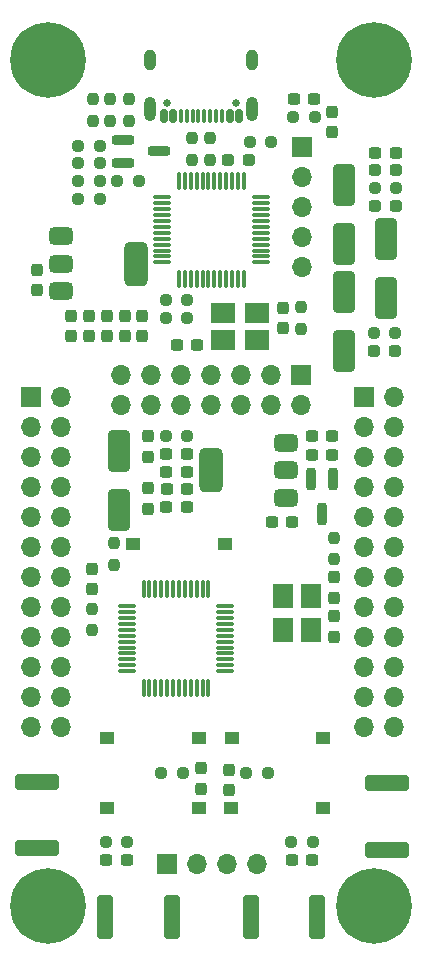
<source format=gbr>
%TF.GenerationSoftware,KiCad,Pcbnew,8.0.3*%
%TF.CreationDate,2024-07-17T15:49:10+08:00*%
%TF.ProjectId,STM32G431C8T6,53544d33-3247-4343-9331-433854362e6b,rev?*%
%TF.SameCoordinates,PXb5c5340PY81b3200*%
%TF.FileFunction,Soldermask,Top*%
%TF.FilePolarity,Negative*%
%FSLAX45Y45*%
G04 Gerber Fmt 4.5, Leading zero omitted, Abs format (unit mm)*
G04 Created by KiCad (PCBNEW 8.0.3) date 2024-07-17 15:49:10*
%MOMM*%
%LPD*%
G01*
G04 APERTURE LIST*
G04 Aperture macros list*
%AMRoundRect*
0 Rectangle with rounded corners*
0 $1 Rounding radius*
0 $2 $3 $4 $5 $6 $7 $8 $9 X,Y pos of 4 corners*
0 Add a 4 corners polygon primitive as box body*
4,1,4,$2,$3,$4,$5,$6,$7,$8,$9,$2,$3,0*
0 Add four circle primitives for the rounded corners*
1,1,$1+$1,$2,$3*
1,1,$1+$1,$4,$5*
1,1,$1+$1,$6,$7*
1,1,$1+$1,$8,$9*
0 Add four rect primitives between the rounded corners*
20,1,$1+$1,$2,$3,$4,$5,0*
20,1,$1+$1,$4,$5,$6,$7,0*
20,1,$1+$1,$6,$7,$8,$9,0*
20,1,$1+$1,$8,$9,$2,$3,0*%
G04 Aperture macros list end*
%ADD10R,1.800000X2.100000*%
%ADD11RoundRect,0.237500X0.250000X0.237500X-0.250000X0.237500X-0.250000X-0.237500X0.250000X-0.237500X0*%
%ADD12RoundRect,0.250000X0.650000X-1.500000X0.650000X1.500000X-0.650000X1.500000X-0.650000X-1.500000X0*%
%ADD13RoundRect,0.237500X-0.300000X-0.237500X0.300000X-0.237500X0.300000X0.237500X-0.300000X0.237500X0*%
%ADD14R,1.250000X1.000000*%
%ADD15C,0.650000*%
%ADD16RoundRect,0.150000X0.150000X0.425000X-0.150000X0.425000X-0.150000X-0.425000X0.150000X-0.425000X0*%
%ADD17RoundRect,0.075000X0.075000X0.500000X-0.075000X0.500000X-0.075000X-0.500000X0.075000X-0.500000X0*%
%ADD18O,1.000000X2.100000*%
%ADD19O,1.000000X1.800000*%
%ADD20RoundRect,0.237500X0.237500X-0.300000X0.237500X0.300000X-0.237500X0.300000X-0.237500X-0.300000X0*%
%ADD21RoundRect,0.237500X0.300000X0.237500X-0.300000X0.237500X-0.300000X-0.237500X0.300000X-0.237500X0*%
%ADD22C,6.400000*%
%ADD23RoundRect,0.250000X-0.650000X1.500000X-0.650000X-1.500000X0.650000X-1.500000X0.650000X1.500000X0*%
%ADD24RoundRect,0.237500X-0.237500X0.250000X-0.237500X-0.250000X0.237500X-0.250000X0.237500X0.250000X0*%
%ADD25R,1.700000X1.700000*%
%ADD26O,1.700000X1.700000*%
%ADD27RoundRect,0.237500X-0.250000X-0.237500X0.250000X-0.237500X0.250000X0.237500X-0.250000X0.237500X0*%
%ADD28RoundRect,0.375000X0.625000X0.375000X-0.625000X0.375000X-0.625000X-0.375000X0.625000X-0.375000X0*%
%ADD29RoundRect,0.500000X0.500000X1.400000X-0.500000X1.400000X-0.500000X-1.400000X0.500000X-1.400000X0*%
%ADD30RoundRect,0.075000X0.662500X0.075000X-0.662500X0.075000X-0.662500X-0.075000X0.662500X-0.075000X0*%
%ADD31RoundRect,0.075000X0.075000X0.662500X-0.075000X0.662500X-0.075000X-0.662500X0.075000X-0.662500X0*%
%ADD32RoundRect,0.237500X-0.237500X0.287500X-0.237500X-0.287500X0.237500X-0.287500X0.237500X0.287500X0*%
%ADD33RoundRect,0.237500X0.237500X-0.250000X0.237500X0.250000X-0.237500X0.250000X-0.237500X-0.250000X0*%
%ADD34RoundRect,0.237500X-0.287500X-0.237500X0.287500X-0.237500X0.287500X0.237500X-0.287500X0.237500X0*%
%ADD35R,2.100000X1.800000*%
%ADD36RoundRect,0.375000X-0.625000X-0.375000X0.625000X-0.375000X0.625000X0.375000X-0.625000X0.375000X0*%
%ADD37RoundRect,0.500000X-0.500000X-1.400000X0.500000X-1.400000X0.500000X1.400000X-0.500000X1.400000X0*%
%ADD38RoundRect,0.200000X-0.750000X-0.200000X0.750000X-0.200000X0.750000X0.200000X-0.750000X0.200000X0*%
%ADD39RoundRect,0.237500X0.237500X-0.287500X0.237500X0.287500X-0.237500X0.287500X-0.237500X-0.287500X0*%
%ADD40RoundRect,0.237500X-0.237500X0.300000X-0.237500X-0.300000X0.237500X-0.300000X0.237500X0.300000X0*%
%ADD41RoundRect,0.200000X-0.200000X0.750000X-0.200000X-0.750000X0.200000X-0.750000X0.200000X0.750000X0*%
%ADD42RoundRect,0.075000X0.075000X-0.662500X0.075000X0.662500X-0.075000X0.662500X-0.075000X-0.662500X0*%
%ADD43RoundRect,0.075000X0.662500X-0.075000X0.662500X0.075000X-0.662500X0.075000X-0.662500X-0.075000X0*%
%ADD44RoundRect,0.250000X0.425000X1.600000X-0.425000X1.600000X-0.425000X-1.600000X0.425000X-1.600000X0*%
%ADD45RoundRect,0.250000X1.600000X-0.425000X1.600000X0.425000X-1.600000X0.425000X-1.600000X-0.425000X0*%
%ADD46RoundRect,0.250000X-1.600000X0.425000X-1.600000X-0.425000X1.600000X-0.425000X1.600000X0.425000X0*%
G04 APERTURE END LIST*
D10*
%TO.C,Y2*%
X2365000Y2998750D03*
X2365000Y2708750D03*
X2595000Y2708750D03*
X2595000Y2998750D03*
%TD*%
D11*
%TO.C,R15*%
X3311250Y5220000D03*
X3128750Y5220000D03*
%TD*%
D12*
%TO.C,D11*%
X970000Y3720000D03*
X970000Y4220000D03*
%TD*%
D13*
%TO.C,C20*%
X863750Y760000D03*
X1036250Y760000D03*
%TD*%
D14*
%TO.C,SW1*%
X1092500Y3440000D03*
X1867500Y3440000D03*
%TD*%
D15*
%TO.C,J1*%
X1959000Y7167500D03*
X1381000Y7167500D03*
D16*
X1990000Y7060000D03*
X1910000Y7060000D03*
D17*
X1795000Y7060000D03*
X1695000Y7060000D03*
X1645000Y7060000D03*
X1545000Y7060000D03*
D16*
X1430000Y7060000D03*
X1350000Y7060000D03*
X1350000Y7060000D03*
X1430000Y7060000D03*
D17*
X1495000Y7060000D03*
X1595000Y7060000D03*
X1745000Y7060000D03*
X1845000Y7060000D03*
D16*
X1910000Y7060000D03*
X1990000Y7060000D03*
D18*
X2102000Y7117500D03*
D19*
X2102000Y7535500D03*
D18*
X1238000Y7117500D03*
D19*
X1238000Y7535500D03*
%TD*%
D20*
%TO.C,C23*%
X2790000Y2982500D03*
X2790000Y3155000D03*
%TD*%
D21*
%TO.C,C16*%
X2436250Y3620000D03*
X2263750Y3620000D03*
%TD*%
D22*
%TO.C,*%
X370000Y7530000D03*
%TD*%
D23*
%TO.C,D2*%
X2880000Y5570000D03*
X2880000Y5070000D03*
%TD*%
D21*
%TO.C,C24*%
X2776250Y4350000D03*
X2603750Y4350000D03*
%TD*%
D11*
%TO.C,R14*%
X3320000Y6450000D03*
X3137500Y6450000D03*
%TD*%
D24*
%TO.C,R3*%
X900000Y7201250D03*
X900000Y7018750D03*
%TD*%
D25*
%TO.C,J8*%
X1378000Y730000D03*
D26*
X1632000Y730000D03*
X1886000Y730000D03*
X2140000Y730000D03*
%TD*%
D27*
%TO.C,R11*%
X1368750Y5350000D03*
X1551250Y5350000D03*
%TD*%
D28*
%TO.C,U3*%
X2385000Y3830000D03*
X2385000Y4060000D03*
D29*
X1755000Y4060000D03*
D28*
X2385000Y4290000D03*
%TD*%
D30*
%TO.C,U4*%
X1871250Y2360000D03*
X1871250Y2410000D03*
X1871250Y2460000D03*
X1871250Y2510000D03*
X1871250Y2560000D03*
X1871250Y2610000D03*
X1871250Y2660000D03*
X1871250Y2710000D03*
X1871250Y2760000D03*
X1871250Y2810000D03*
X1871250Y2860000D03*
X1871250Y2910000D03*
D31*
X1730000Y3051250D03*
X1680000Y3051250D03*
X1630000Y3051250D03*
X1580000Y3051250D03*
X1530000Y3051250D03*
X1480000Y3051250D03*
X1430000Y3051250D03*
X1380000Y3051250D03*
X1330000Y3051250D03*
X1280000Y3051250D03*
X1230000Y3051250D03*
X1180000Y3051250D03*
D30*
X1038750Y2910000D03*
X1038750Y2860000D03*
X1038750Y2810000D03*
X1038750Y2760000D03*
X1038750Y2710000D03*
X1038750Y2660000D03*
X1038750Y2610000D03*
X1038750Y2560000D03*
X1038750Y2510000D03*
X1038750Y2460000D03*
X1038750Y2410000D03*
X1038750Y2360000D03*
D31*
X1180000Y2218750D03*
X1230000Y2218750D03*
X1280000Y2218750D03*
X1330000Y2218750D03*
X1380000Y2218750D03*
X1430000Y2218750D03*
X1480000Y2218750D03*
X1530000Y2218750D03*
X1580000Y2218750D03*
X1630000Y2218750D03*
X1680000Y2218750D03*
X1730000Y2218750D03*
%TD*%
D21*
%TO.C,C11*%
X1546250Y4050000D03*
X1373750Y4050000D03*
%TD*%
D24*
%TO.C,R7*%
X750000Y7201250D03*
X750000Y7018750D03*
%TD*%
D27*
%TO.C,R23*%
X2048750Y1500000D03*
X2231250Y1500000D03*
%TD*%
D32*
%TO.C,D10*%
X740000Y3226250D03*
X740000Y3051250D03*
%TD*%
D22*
%TO.C,*%
X3130000Y7530000D03*
%TD*%
D33*
%TO.C,R27*%
X2790000Y3308750D03*
X2790000Y3491250D03*
%TD*%
D34*
%TO.C,D6*%
X3132500Y5070000D03*
X3307500Y5070000D03*
%TD*%
D27*
%TO.C,R18*%
X627500Y6510000D03*
X810000Y6510000D03*
%TD*%
D21*
%TO.C,C10*%
X1546250Y4200000D03*
X1373750Y4200000D03*
%TD*%
D13*
%TO.C,C12*%
X2453750Y7200000D03*
X2626250Y7200000D03*
%TD*%
D35*
%TO.C,Y1*%
X2145000Y5395000D03*
X1855000Y5395000D03*
X1855000Y5165000D03*
X2145000Y5165000D03*
%TD*%
D14*
%TO.C,SW3*%
X1925000Y1790000D03*
X2700000Y1790000D03*
%TD*%
D27*
%TO.C,R17*%
X1368750Y4350000D03*
X1551250Y4350000D03*
%TD*%
D21*
%TO.C,C6*%
X1550000Y3900000D03*
X1377500Y3900000D03*
%TD*%
D27*
%TO.C,R25*%
X2428750Y910000D03*
X2611250Y910000D03*
%TD*%
D36*
%TO.C,U2*%
X482500Y6040000D03*
X482500Y5810000D03*
D37*
X1112500Y5810000D03*
D36*
X482500Y5580000D03*
%TD*%
D20*
%TO.C,C19*%
X1900000Y1353750D03*
X1900000Y1526250D03*
%TD*%
D34*
%TO.C,D5*%
X3142500Y6600000D03*
X3317500Y6600000D03*
%TD*%
D38*
%TO.C,Q1*%
X1010000Y6855000D03*
X1010000Y6665000D03*
X1310000Y6760000D03*
%TD*%
D27*
%TO.C,R9*%
X2078750Y6840000D03*
X2261250Y6840000D03*
%TD*%
D39*
%TO.C,D8*%
X1220000Y4172500D03*
X1220000Y4347500D03*
%TD*%
D27*
%TO.C,R6*%
X958750Y6510000D03*
X1141250Y6510000D03*
%TD*%
D14*
%TO.C,SW4*%
X1647500Y1200000D03*
X872500Y1200000D03*
%TD*%
D20*
%TO.C,C2*%
X2360000Y5263750D03*
X2360000Y5436250D03*
%TD*%
D24*
%TO.C,R2*%
X1590000Y6872500D03*
X1590000Y6690000D03*
%TD*%
D33*
%TO.C,R19*%
X2510000Y5258750D03*
X2510000Y5441250D03*
%TD*%
D11*
%TO.C,R24*%
X1041250Y910000D03*
X858750Y910000D03*
%TD*%
D25*
%TO.C,J10*%
X3046000Y4684000D03*
D26*
X3300000Y4684000D03*
X3046000Y4430000D03*
X3300000Y4430000D03*
X3046000Y4176000D03*
X3300000Y4176000D03*
X3046000Y3922000D03*
X3300000Y3922000D03*
X3046000Y3668000D03*
X3300000Y3668000D03*
X3046000Y3414000D03*
X3300000Y3414000D03*
X3046000Y3160000D03*
X3300000Y3160000D03*
X3046000Y2906000D03*
X3300000Y2906000D03*
X3046000Y2652000D03*
X3300000Y2652000D03*
X3046000Y2398000D03*
X3300000Y2398000D03*
X3046000Y2144000D03*
X3300000Y2144000D03*
X3046000Y1890000D03*
X3300000Y1890000D03*
%TD*%
D40*
%TO.C,C14*%
X280000Y5756250D03*
X280000Y5583750D03*
%TD*%
D22*
%TO.C,*%
X3130000Y370000D03*
%TD*%
D13*
%TO.C,C1*%
X1463750Y5120000D03*
X1636250Y5120000D03*
%TD*%
%TO.C,C3*%
X3143750Y6750000D03*
X3316250Y6750000D03*
%TD*%
D41*
%TO.C,U5*%
X2785000Y3990000D03*
X2595000Y3990000D03*
X2690000Y3690000D03*
%TD*%
D34*
%TO.C,D1*%
X1895000Y6690000D03*
X2070000Y6690000D03*
%TD*%
D40*
%TO.C,C9*%
X1170000Y5366250D03*
X1170000Y5193750D03*
%TD*%
D42*
%TO.C,U1*%
X1480000Y5680000D03*
X1530000Y5680000D03*
X1580000Y5680000D03*
X1630000Y5680000D03*
X1680000Y5680000D03*
X1730000Y5680000D03*
X1780000Y5680000D03*
X1830000Y5680000D03*
X1880000Y5680000D03*
X1930000Y5680000D03*
X1980000Y5680000D03*
X2030000Y5680000D03*
D43*
X2171250Y5821250D03*
X2171250Y5871250D03*
X2171250Y5921250D03*
X2171250Y5971250D03*
X2171250Y6021250D03*
X2171250Y6071250D03*
X2171250Y6121250D03*
X2171250Y6171250D03*
X2171250Y6221250D03*
X2171250Y6271250D03*
X2171250Y6321250D03*
X2171250Y6371250D03*
D42*
X2030000Y6512500D03*
X1980000Y6512500D03*
X1930000Y6512500D03*
X1880000Y6512500D03*
X1830000Y6512500D03*
X1780000Y6512500D03*
X1730000Y6512500D03*
X1680000Y6512500D03*
X1630000Y6512500D03*
X1580000Y6512500D03*
X1530000Y6512500D03*
X1480000Y6512500D03*
D43*
X1338750Y6371250D03*
X1338750Y6321250D03*
X1338750Y6271250D03*
X1338750Y6221250D03*
X1338750Y6171250D03*
X1338750Y6121250D03*
X1338750Y6071250D03*
X1338750Y6021250D03*
X1338750Y5971250D03*
X1338750Y5921250D03*
X1338750Y5871250D03*
X1338750Y5821250D03*
%TD*%
D23*
%TO.C,D9*%
X3230000Y6020000D03*
X3230000Y5520000D03*
%TD*%
D11*
%TO.C,R4*%
X810000Y6810000D03*
X627500Y6810000D03*
%TD*%
D24*
%TO.C,R8*%
X1060000Y7201250D03*
X1060000Y7018750D03*
%TD*%
D40*
%TO.C,C8*%
X720000Y5366250D03*
X720000Y5193750D03*
%TD*%
D12*
%TO.C,D3*%
X2880000Y5980000D03*
X2880000Y6480000D03*
%TD*%
D22*
%TO.C,*%
X370000Y370000D03*
%TD*%
D27*
%TO.C,R5*%
X628750Y6660000D03*
X811250Y6660000D03*
%TD*%
D24*
%TO.C,R1*%
X1740000Y6872500D03*
X1740000Y6690000D03*
%TD*%
D13*
%TO.C,C15*%
X2603750Y4190000D03*
X2776250Y4190000D03*
%TD*%
D21*
%TO.C,C7*%
X1546250Y3750000D03*
X1373750Y3750000D03*
%TD*%
D40*
%TO.C,C17*%
X570000Y5366250D03*
X570000Y5193750D03*
%TD*%
%TO.C,C5*%
X870000Y5366250D03*
X870000Y5193750D03*
%TD*%
D25*
%TO.C,J2*%
X2510000Y4864000D03*
D26*
X2510000Y4610000D03*
X2256000Y4864000D03*
X2256000Y4610000D03*
X2002000Y4864000D03*
X2002000Y4610000D03*
X1748000Y4864000D03*
X1748000Y4610000D03*
X1494000Y4864000D03*
X1494000Y4610000D03*
X1240000Y4864000D03*
X1240000Y4610000D03*
X986000Y4864000D03*
X986000Y4610000D03*
%TD*%
D27*
%TO.C,R21*%
X628750Y6360000D03*
X811250Y6360000D03*
%TD*%
D14*
%TO.C,SW5*%
X1922500Y1200000D03*
X2697500Y1200000D03*
%TD*%
D25*
%TO.C,J3*%
X2520000Y6796000D03*
D26*
X2520000Y6542000D03*
X2520000Y6288000D03*
X2520000Y6034000D03*
X2520000Y5780000D03*
%TD*%
D24*
%TO.C,R26*%
X740000Y2890000D03*
X740000Y2707500D03*
%TD*%
D14*
%TO.C,SW2*%
X1650000Y1790000D03*
X875000Y1790000D03*
%TD*%
D11*
%TO.C,R22*%
X1511250Y1500000D03*
X1328750Y1500000D03*
%TD*%
D24*
%TO.C,R20*%
X930000Y3441250D03*
X930000Y3258750D03*
%TD*%
D34*
%TO.C,FB1*%
X3142500Y6300000D03*
X3317500Y6300000D03*
%TD*%
D21*
%TO.C,C21*%
X2606250Y760000D03*
X2433750Y760000D03*
%TD*%
D40*
%TO.C,C22*%
X2790000Y2825000D03*
X2790000Y2652500D03*
%TD*%
%TO.C,C4*%
X1020000Y5366250D03*
X1020000Y5193750D03*
%TD*%
D20*
%TO.C,C18*%
X1670000Y1363750D03*
X1670000Y1536250D03*
%TD*%
D25*
%TO.C,J9*%
X226000Y4680000D03*
D26*
X480000Y4680000D03*
X226000Y4426000D03*
X480000Y4426000D03*
X226000Y4172000D03*
X480000Y4172000D03*
X226000Y3918000D03*
X480000Y3918000D03*
X226000Y3664000D03*
X480000Y3664000D03*
X226000Y3410000D03*
X480000Y3410000D03*
X226000Y3156000D03*
X480000Y3156000D03*
X226000Y2902000D03*
X480000Y2902000D03*
X226000Y2648000D03*
X480000Y2648000D03*
X226000Y2394000D03*
X480000Y2394000D03*
X226000Y2140000D03*
X480000Y2140000D03*
X226000Y1886000D03*
X480000Y1886000D03*
%TD*%
D40*
%TO.C,C13*%
X1220000Y3906250D03*
X1220000Y3733750D03*
%TD*%
D11*
%TO.C,R12*%
X2631250Y7050000D03*
X2448750Y7050000D03*
%TD*%
D39*
%TO.C,FB2*%
X2780000Y6922500D03*
X2780000Y7097500D03*
%TD*%
D11*
%TO.C,R10*%
X1551250Y5500000D03*
X1368750Y5500000D03*
%TD*%
D44*
%TO.C,J5*%
X2652500Y281250D03*
X2087500Y281250D03*
%TD*%
D45*
%TO.C,J6*%
X280000Y860000D03*
X280000Y1425000D03*
%TD*%
D46*
%TO.C,J4*%
X3238750Y1412500D03*
X3238750Y847500D03*
%TD*%
D44*
%TO.C,J7*%
X1422500Y281250D03*
X857500Y281250D03*
%TD*%
M02*

</source>
